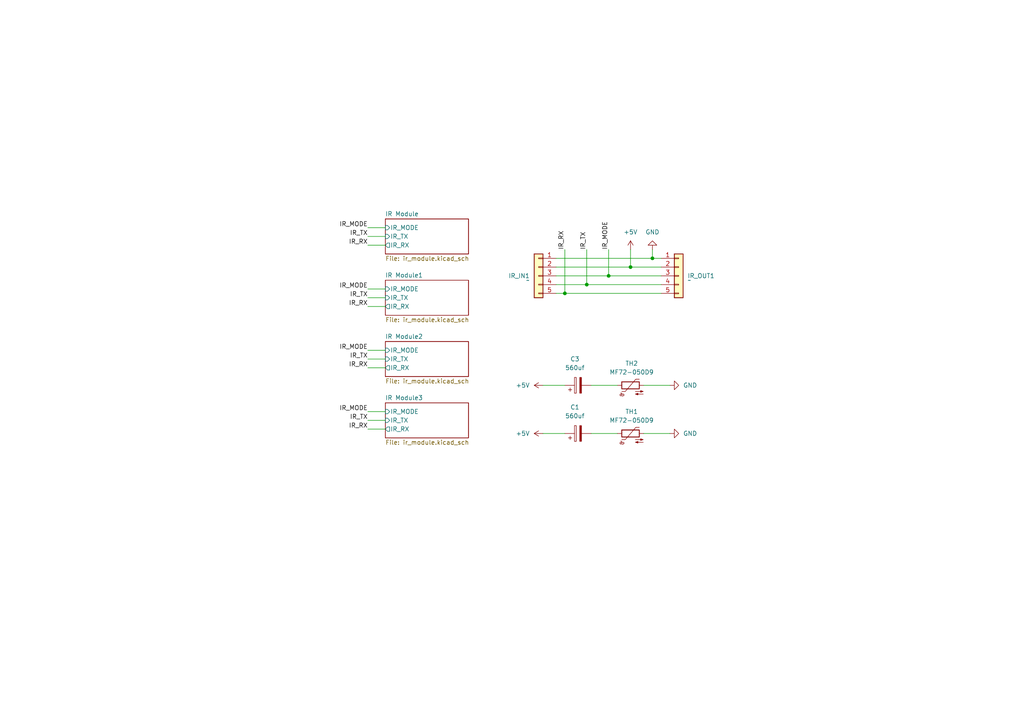
<source format=kicad_sch>
(kicad_sch (version 20230121) (generator eeschema)
  (paper "A4")
  (lib_symbols
    (symbol "Connector_Generic:Conn_01x05" (pin_names (offset 1.016) hide)
      (property "Reference" "J" (at 0 7.62 0))
      (property "Value" "Conn_01x05" (at 0 -7.62 0))
      (symbol "Conn_01x05_1_1"
        (rectangle (start -1.27 -4.953) (end 0 -5.207) (stroke (width 0.1524)))
        (rectangle (start -1.27 -2.413) (end 0 -2.667) (stroke (width 0.1524)))
        (rectangle (start -1.27 0.127) (end 0 -0.127) (stroke (width 0.1524)))
        (rectangle (start -1.27 2.667) (end 0 2.413) (stroke (width 0.1524)))
        (rectangle (start -1.27 5.207) (end 0 4.953) (stroke (width 0.1524)))
        (rectangle (start -1.27 6.35) (end 1.27 -6.35) (stroke (width 0.254)) (fill (type background)))
        (pin passive line (at -5.08 5.08 0) (length 3.81) (name "Pin_1") (number "1"))
        (pin passive line (at -5.08 2.54 0) (length 3.81) (name "Pin_2") (number "2"))
        (pin passive line (at -5.08 0 0) (length 3.81) (name "Pin_3") (number "3"))
        (pin passive line (at -5.08 -2.54 0) (length 3.81) (name "Pin_4") (number "4"))
        (pin passive line (at -5.08 -5.08 0) (length 3.81) (name "Pin_5") (number "5"))
      )
    )
    (symbol "Device:C_Polarized" (pin_numbers hide) (pin_names (offset 0.254))
      (property "Reference" "C" (at 0.635 2.54 0))
      (property "Value" "C_Polarized" (at 0.635 -2.54 0))
      (symbol "C_Polarized_0_1"
        (rectangle (start -2.286 0.508) (end 2.286 1.016))
        (polyline (pts (xy -1.778 2.286) (xy -0.762 2.286)))
        (polyline (pts (xy -1.27 2.794) (xy -1.27 1.778)))
        (rectangle (start 2.286 -0.508) (end -2.286 -1.016) (fill (type outline)))
      )
      (symbol "C_Polarized_1_1"
        (pin passive line (at 0 3.81 270) (length 2.794) (name "~") (number "1"))
        (pin passive line (at 0 -3.81 90) (length 2.794) (name "~") (number "2"))
      )
    )
    (symbol "Device:Thermistor_NTC" (pin_numbers hide) (pin_names (offset 0))
      (property "Reference" "TH" (at -4.445 0 90))
      (property "Value" "Thermistor_NTC" (at 3.175 0 90))
      (symbol "Thermistor_NTC_0_1"
        (arc (start -3.048 2.159) (mid -3.0495 2.3143) (end -3.175 2.413))
        (arc (start -3.048 2.159) (mid -2.9736 1.9794) (end -2.794 1.905))
        (arc (start -3.048 2.794) (mid -2.9736 2.6144) (end -2.794 2.54))
        (arc (start -2.794 1.905) (mid -2.6144 1.9794) (end -2.54 2.159))
        (arc (start -2.794 2.54) (mid -2.4393 2.5587) (end -2.159 2.794))
        (arc (start -2.794 3.048) (mid -2.9736 2.9736) (end -3.048 2.794))
        (arc (start -2.54 2.794) (mid -2.6144 2.9736) (end -2.794 3.048))
        (rectangle (start -1.016 2.54) (end 1.016 -2.54) (stroke (width 0.254)))
        (polyline (pts (xy -2.54 2.159) (xy -2.54 2.794)))
        (polyline (pts (xy -1.778 2.54) (xy -1.778 1.524) (xy 1.778 -1.524) (xy 1.778 -2.54)))
        (polyline (pts (xy -2.54 -3.683) (xy -2.54 -1.397) (xy -2.794 -2.159) (xy -2.286 -2.159) (xy -2.54 -1.397) (xy -2.54 -1.651)) (fill (type outline)))
        (polyline (pts (xy -1.778 -1.397) (xy -1.778 -3.683) (xy -2.032 -2.921) (xy -1.524 -2.921) (xy -1.778 -3.683) (xy -1.778 -3.429)) (fill (type outline)))
      )
      (symbol "Thermistor_NTC_1_1"
        (pin passive line (at 0 3.81 270) (length 1.27) (name "~") (number "1"))
        (pin passive line (at 0 -3.81 90) (length 1.27) (name "~") (number "2"))
      )
    )
    (symbol "power:+5V" (power) (pin_names (offset 0))
      (property "Value" "+5V" (at 0 3.556 0))
      (symbol "+5V_0_1"
        (polyline (pts (xy -0.762 1.27) (xy 0 2.54)))
        (polyline (pts (xy 0 0) (xy 0 2.54)))
        (polyline (pts (xy 0 2.54) (xy 0.762 1.27)))
      )
      (symbol "+5V_1_1"
        (pin power_in line (at 0 0 90) (length 0) hide (name "+5V") (number "1"))
      )
    )
    (symbol "power:GND" (power) (pin_names (offset 0))
      (property "Value" "GND" (at 0 -3.81 0))
      (symbol "GND_0_1"
        (polyline (pts (xy 0 0) (xy 0 -1.27) (xy 1.27 -1.27) (xy 0 -2.54) (xy -1.27 -1.27) (xy 0 -1.27)))
      )
      (symbol "GND_1_1"
        (pin power_in line (at 0 0 270) (length 0) hide (name "GND") (number "1"))
      )
    )
  )
  (junction (at 163.83 85.09))
  (junction (at 189.23 74.93))
  (junction (at 182.88 77.47))
  (junction (at 170.18 82.55))
  (junction (at 176.53 80.01))
  (wire (pts (xy 163.83 72.39) (xy 163.83 85.09)))
  (wire (pts (xy 106.68 66.04) (xy 111.76 66.04)))
  (wire (pts (xy 106.68 86.36) (xy 111.76 86.36)))
  (wire (pts (xy 171.45 125.73) (xy 179.07 125.73)))
  (wire (pts (xy 170.18 72.39) (xy 170.18 82.55)))
  (wire (pts (xy 186.69 125.73) (xy 194.31 125.73)))
  (wire (pts (xy 161.29 80.01) (xy 176.53 80.01)))
  (wire (pts (xy 106.68 71.12) (xy 111.76 71.12)))
  (wire (pts (xy 186.69 111.76) (xy 194.31 111.76)))
  (wire (pts (xy 176.53 80.01) (xy 191.77 80.01)))
  (wire (pts (xy 189.23 72.39) (xy 189.23 74.93)))
  (wire (pts (xy 163.83 85.09) (xy 191.77 85.09)))
  (wire (pts (xy 161.29 85.09) (xy 163.83 85.09)))
  (wire (pts (xy 106.68 88.9) (xy 111.76 88.9)))
  (wire (pts (xy 106.68 83.82) (xy 111.76 83.82)))
  (wire (pts (xy 161.29 77.47) (xy 182.88 77.47)))
  (wire (pts (xy 106.68 104.14) (xy 111.76 104.14)))
  (wire (pts (xy 106.68 121.92) (xy 111.76 121.92)))
  (wire (pts (xy 170.18 82.55) (xy 191.77 82.55)))
  (wire (pts (xy 106.68 101.6) (xy 111.76 101.6)))
  (wire (pts (xy 157.48 111.76) (xy 163.83 111.76)))
  (wire (pts (xy 176.53 72.39) (xy 176.53 80.01)))
  (wire (pts (xy 106.68 106.68) (xy 111.76 106.68)))
  (wire (pts (xy 189.23 74.93) (xy 191.77 74.93)))
  (wire (pts (xy 161.29 82.55) (xy 170.18 82.55)))
  (wire (pts (xy 182.88 77.47) (xy 191.77 77.47)))
  (wire (pts (xy 161.29 74.93) (xy 189.23 74.93)))
  (wire (pts (xy 171.45 111.76) (xy 179.07 111.76)))
  (wire (pts (xy 182.88 72.39) (xy 182.88 77.47)))
  (wire (pts (xy 157.48 125.73) (xy 163.83 125.73)))
  (wire (pts (xy 106.68 124.46) (xy 111.76 124.46)))
  (wire (pts (xy 106.68 119.38) (xy 111.76 119.38)))
  (wire (pts (xy 106.68 68.58) (xy 111.76 68.58)))
  (label "IR_TX" (at 106.68 121.92 180))
  (label "IR_RX" (at 106.68 88.9 180))
  (label "IR_TX" (at 170.18 72.39 90))
  (label "IR_MODE" (at 106.68 66.04 180))
  (label "IR_MODE" (at 176.53 72.39 90))
  (label "IR_RX" (at 106.68 124.46 180))
  (label "IR_RX" (at 163.83 72.39 90))
  (label "IR_TX" (at 106.68 86.36 180))
  (label "IR_MODE" (at 106.68 119.38 180))
  (label "IR_TX" (at 106.68 104.14 180))
  (label "IR_RX" (at 106.68 106.68 180))
  (label "IR_RX" (at 106.68 71.12 180))
  (label "IR_TX" (at 106.68 68.58 180))
  (label "IR_MODE" (at 106.68 83.82 180))
  (label "IR_MODE" (at 106.68 101.6 180))
  (symbol (lib_id "Connector_Generic:Conn_01x05") (at 196.85 80.01 0) (unit 1)
    (property "Reference" "IR_OUT1" (at 199.39 80.01 0) (effects (justify left)))
    (property "Value" "~" (at 199.39 81.28 0) (effects (justify left)))
    (property "Footprint" "Connector_JST:JST_PH_B5B-PH-K_1x05_P2.00mm_Vertical" (effects hide))
  )
  (symbol (lib_id "Device:Thermistor_NTC") (at 182.88 125.73 90) (unit 1)
    (property "Reference" "TH1" (at 183.1975 119.38 90))
    (property "Value" "MF72-050D9" (at 183.1975 121.92 90))
    (property "Footprint" "Capacitor_THT:C_Disc_D12.5mm_W5.0mm_P7.50mm" (effects hide))
    (property "Datasheet" "https://www.cantherm.com/wp-content/uploads/2018/08/MF72_AUG_2018.pdf" (effects hide))
    (property "DigikeyPN" "317-1168-ND" (effects hide))
  )
  (symbol (lib_id "power:GND") (at 194.31 125.73 90) (unit 1)
    (property "Reference" "#PWR02" (effects hide))
    (property "Value" "GND" (at 198.12 125.73 90) (effects (justify right)))
  )
  (symbol (lib_id "power:+5V") (at 157.48 111.76 90) (unit 1)
    (property "Reference" "#PWR03" (effects hide))
    (property "Value" "+5V" (at 153.67 111.76 90) (effects (justify left)))
  )
  (symbol (lib_id "power:+5V") (at 182.88 72.39 0) (unit 1)
    (property "Reference" "#PWR012" (effects hide))
    (property "Value" "+5V" (at 182.88 67.31 0))
  )
  (symbol (lib_id "power:GND") (at 194.31 111.76 90) (unit 1)
    (property "Reference" "#PWR04" (effects hide))
    (property "Value" "GND" (at 198.12 111.76 90) (effects (justify right)))
  )
  (symbol (lib_id "Device:Thermistor_NTC") (at 182.88 111.76 90) (unit 1)
    (property "Reference" "TH2" (at 183.1975 105.41 90))
    (property "Value" "MF72-050D9" (at 183.1975 107.95 90))
    (property "Footprint" "Capacitor_THT:C_Disc_D12.5mm_W5.0mm_P7.50mm" (effects hide))
    (property "Datasheet" "https://www.cantherm.com/wp-content/uploads/2018/08/MF72_AUG_2018.pdf" (effects hide))
    (property "DigikeyPN" "317-1168-ND" (effects hide))
  )
  (symbol (lib_id "Device:C_Polarized") (at 167.64 125.73 90) (unit 1)
    (property "Reference" "C1" (at 166.751 118.11 90))
    (property "Value" "560uf" (at 166.751 120.65 90))
    (property "Footprint" "Capacitor_THT:CP_Radial_D8.0mm_P3.50mm" (effects hide))
    (property "Datasheet" "https://www.we-online.com/components/products/datasheet/860160274022.pdf" (effects hide))
    (property "DigikeyPN" "732-9427-1-ND" (effects hide))
  )
  (symbol (lib_id "Connector_Generic:Conn_01x05") (at 156.21 80.01 0) (mirror y) (unit 1)
    (property "Reference" "IR_IN1" (at 153.67 80.01 0) (effects (justify left)))
    (property "Value" "~" (at 153.67 81.28 0) (effects (justify left)))
    (property "Footprint" "Connector_JST:JST_PH_B5B-PH-K_1x05_P2.00mm_Vertical" (effects hide))
  )
  (symbol (lib_id "power:GND") (at 189.23 72.39 180) (unit 1)
    (property "Reference" "#PWR013" (effects hide))
    (property "Value" "GND" (at 189.23 67.31 0))
  )
  (symbol (lib_id "power:+5V") (at 157.48 125.73 90) (unit 1)
    (property "Reference" "#PWR01" (effects hide))
    (property "Value" "+5V" (at 153.67 125.73 90) (effects (justify left)))
  )
  (symbol (lib_id "Device:C_Polarized") (at 167.64 111.76 90) (unit 1)
    (property "Reference" "C3" (at 166.751 104.14 90))
    (property "Value" "560uf" (at 166.751 106.68 90))
    (property "Footprint" "Capacitor_THT:CP_Radial_D8.0mm_P3.50mm" (effects hide))
    (property "Datasheet" "https://www.we-online.com/components/products/datasheet/860160274022.pdf" (effects hide))
    (property "DigikeyPN" "732-9427-1-ND" (effects hide))
  )
  (sheet (at 111.76 99.06) (size 24.13 10.16) (stroke (width 0.1524))
    (property "Sheetname" "IR Module2" (at 111.76 98.3484 0) (effects (justify left bottom)))
    (property "Sheetfile" "ir_module.kicad_sch" (at 111.76 109.8046 0) (effects (justify left top)))
    (pin "IR_MODE" input (at 111.76 101.6 180))
    (pin "IR_TX" input (at 111.76 104.14 180))
    (pin "IR_RX" output (at 111.76 106.68 180))
  )
  (sheet (at 111.76 81.28) (size 24.13 10.16) (stroke (width 0.1524))
    (property "Sheetname" "IR Module1" (at 111.76 80.5684 0) (effects (justify left bottom)))
    (property "Sheetfile" "ir_module.kicad_sch" (at 111.76 92.0246 0) (effects (justify left top)))
    (pin "IR_MODE" input (at 111.76 83.82 180))
    (pin "IR_TX" input (at 111.76 86.36 180))
    (pin "IR_RX" output (at 111.76 88.9 180))
  )
  (sheet (at 111.76 63.5) (size 24.13 10.16) (stroke (width 0.1524))
    (property "Sheetname" "IR Module" (at 111.76 62.7884 0) (effects (justify left bottom)))
    (property "Sheetfile" "ir_module.kicad_sch" (at 111.76 74.2446 0) (effects (justify left top)))
    (pin "IR_MODE" input (at 111.76 66.04 180))
    (pin "IR_TX" input (at 111.76 68.58 180))
    (pin "IR_RX" output (at 111.76 71.12 180))
  )
  (sheet (at 111.76 116.84) (size 24.13 10.16) (stroke (width 0.1524))
    (property "Sheetname" "IR Module3" (at 111.76 116.1284 0) (effects (justify left bottom)))
    (property "Sheetfile" "ir_module.kicad_sch" (at 111.76 127.5846 0) (effects (justify left top)))
    (pin "IR_MODE" input (at 111.76 119.38 180))
    (pin "IR_TX" input (at 111.76 121.92 180))
    (pin "IR_RX" output (at 111.76 124.46 180))
  )
)
</source>
